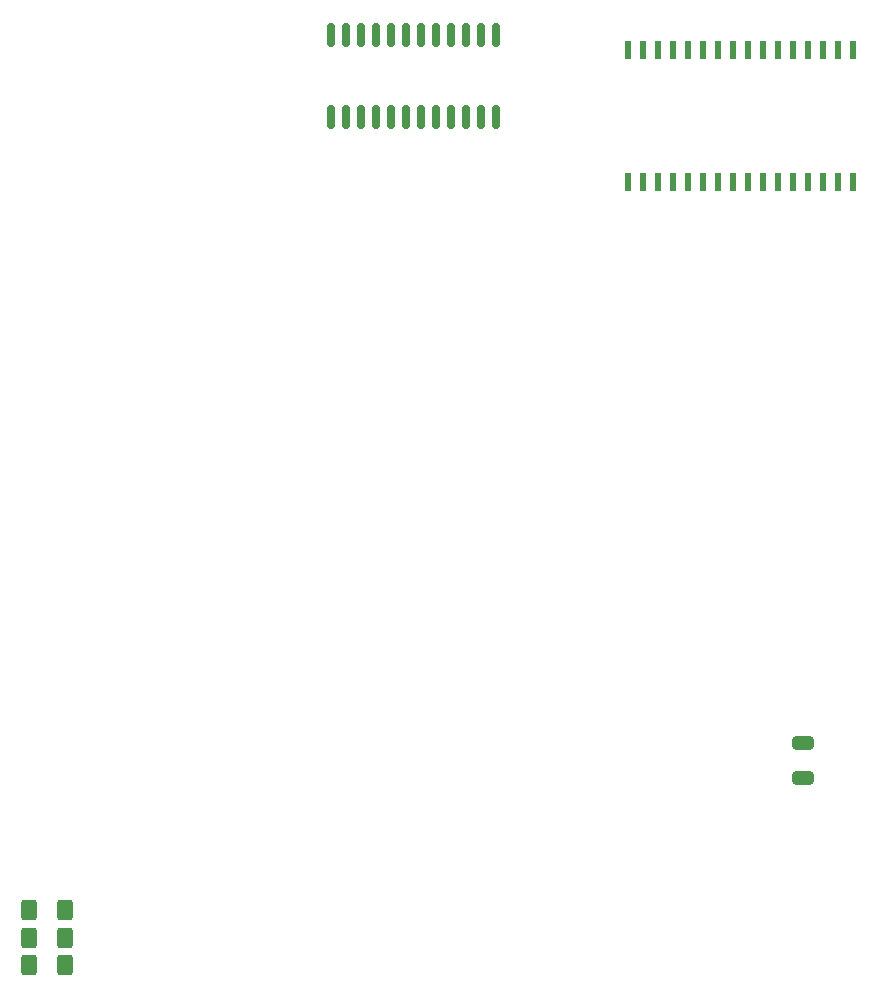
<source format=gbr>
%TF.GenerationSoftware,KiCad,Pcbnew,7.0.5-7.0.5~ubuntu20.04.1*%
%TF.CreationDate,2023-07-18T13:57:16+02:00*%
%TF.ProjectId,MOS_MultiParallel_2,4d4f535f-4d75-46c7-9469-506172616c6c,rev?*%
%TF.SameCoordinates,Original*%
%TF.FileFunction,Paste,Bot*%
%TF.FilePolarity,Positive*%
%FSLAX46Y46*%
G04 Gerber Fmt 4.6, Leading zero omitted, Abs format (unit mm)*
G04 Created by KiCad (PCBNEW 7.0.5-7.0.5~ubuntu20.04.1) date 2023-07-18 13:57:16*
%MOMM*%
%LPD*%
G01*
G04 APERTURE LIST*
G04 Aperture macros list*
%AMRoundRect*
0 Rectangle with rounded corners*
0 $1 Rounding radius*
0 $2 $3 $4 $5 $6 $7 $8 $9 X,Y pos of 4 corners*
0 Add a 4 corners polygon primitive as box body*
4,1,4,$2,$3,$4,$5,$6,$7,$8,$9,$2,$3,0*
0 Add four circle primitives for the rounded corners*
1,1,$1+$1,$2,$3*
1,1,$1+$1,$4,$5*
1,1,$1+$1,$6,$7*
1,1,$1+$1,$8,$9*
0 Add four rect primitives between the rounded corners*
20,1,$1+$1,$2,$3,$4,$5,0*
20,1,$1+$1,$4,$5,$6,$7,0*
20,1,$1+$1,$6,$7,$8,$9,0*
20,1,$1+$1,$8,$9,$2,$3,0*%
G04 Aperture macros list end*
%ADD10RoundRect,0.250000X0.650000X-0.325000X0.650000X0.325000X-0.650000X0.325000X-0.650000X-0.325000X0*%
%ADD11R,0.600000X1.600000*%
%ADD12RoundRect,0.250000X0.400000X0.625000X-0.400000X0.625000X-0.400000X-0.625000X0.400000X-0.625000X0*%
%ADD13RoundRect,0.150000X0.150000X-0.837500X0.150000X0.837500X-0.150000X0.837500X-0.150000X-0.837500X0*%
G04 APERTURE END LIST*
D10*
%TO.C,C2*%
X188518800Y-123625400D03*
X188518800Y-120675400D03*
%TD*%
D11*
%TO.C,U5*%
X192746800Y-73166071D03*
X191476800Y-73166071D03*
X190206800Y-73166071D03*
X188936800Y-73166071D03*
X187666800Y-73166071D03*
X186396800Y-73166071D03*
X185126800Y-73166071D03*
X183846800Y-73166071D03*
X182596800Y-73166071D03*
X181316800Y-73166071D03*
X180046800Y-73166071D03*
X178776800Y-73166071D03*
X177506800Y-73166071D03*
X176236800Y-73166071D03*
X174966800Y-73166071D03*
X173696800Y-73166071D03*
X173696800Y-61966071D03*
X174966800Y-61966071D03*
X176236800Y-61966071D03*
X177506800Y-61966071D03*
X178776800Y-61966071D03*
X180046800Y-61966071D03*
X181316800Y-61966071D03*
X182596800Y-61966071D03*
X183846800Y-61966071D03*
X185126800Y-61966071D03*
X186396800Y-61966071D03*
X187666800Y-61966071D03*
X188936800Y-61966071D03*
X190206800Y-61966071D03*
X191476800Y-61966071D03*
X192746800Y-61966071D03*
%TD*%
D12*
%TO.C,R2*%
X126061400Y-139420600D03*
X122961400Y-139420600D03*
%TD*%
%TO.C,R3*%
X126060200Y-137109200D03*
X122960200Y-137109200D03*
%TD*%
D13*
%TO.C,U1*%
X162509200Y-67605600D03*
X161239200Y-67605600D03*
X159969200Y-67605600D03*
X158699200Y-67605600D03*
X157429200Y-67605600D03*
X156159200Y-67605600D03*
X154889200Y-67605600D03*
X153619200Y-67605600D03*
X152349200Y-67605600D03*
X151079200Y-67605600D03*
X149809200Y-67605600D03*
X148539200Y-67605600D03*
X148539200Y-60680600D03*
X149809200Y-60680600D03*
X151079200Y-60680600D03*
X152349200Y-60680600D03*
X153619200Y-60680600D03*
X154889200Y-60680600D03*
X156159200Y-60680600D03*
X157429200Y-60680600D03*
X158699200Y-60680600D03*
X159969200Y-60680600D03*
X161239200Y-60680600D03*
X162509200Y-60680600D03*
%TD*%
D12*
%TO.C,R4*%
X126061400Y-134797800D03*
X122961400Y-134797800D03*
%TD*%
M02*

</source>
